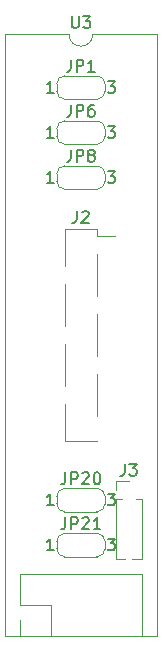
<source format=gbr>
G04 #@! TF.GenerationSoftware,KiCad,Pcbnew,(5.1.5)-3*
G04 #@! TF.CreationDate,2021-01-25T20:45:38-05:00*
G04 #@! TF.ProjectId,DIP40-XC9572XL,44495034-302d-4584-9339-353732584c2e,1*
G04 #@! TF.SameCoordinates,Original*
G04 #@! TF.FileFunction,Legend,Top*
G04 #@! TF.FilePolarity,Positive*
%FSLAX46Y46*%
G04 Gerber Fmt 4.6, Leading zero omitted, Abs format (unit mm)*
G04 Created by KiCad (PCBNEW (5.1.5)-3) date 2021-01-25 20:45:38*
%MOMM*%
%LPD*%
G04 APERTURE LIST*
%ADD10C,0.120000*%
%ADD11C,0.150000*%
G04 APERTURE END LIST*
D10*
X111820000Y-97850000D02*
X111820000Y-92650000D01*
X104140000Y-97850000D02*
X111820000Y-97850000D01*
X101540000Y-92650000D02*
X111820000Y-92650000D01*
X104140000Y-97850000D02*
X104140000Y-95250000D01*
X104140000Y-95250000D02*
X101540000Y-95250000D01*
X101540000Y-95250000D02*
X101540000Y-92650000D01*
X102870000Y-97850000D02*
X101540000Y-97850000D01*
X101540000Y-97850000D02*
X101540000Y-96520000D01*
X105350000Y-63440000D02*
X108010000Y-63440000D01*
X105350000Y-81340000D02*
X108010000Y-81340000D01*
X108010000Y-65530000D02*
X108010000Y-69090000D01*
X108010000Y-70610000D02*
X108010000Y-74170000D01*
X108010000Y-75690000D02*
X108010000Y-79250000D01*
X105350000Y-63440000D02*
X105350000Y-66550000D01*
X108010000Y-64010000D02*
X109530000Y-64010000D01*
X108010000Y-63440000D02*
X108010000Y-64010000D01*
X105350000Y-80770000D02*
X105350000Y-81340000D01*
X105350000Y-68070000D02*
X105350000Y-71630000D01*
X105350000Y-73150000D02*
X105350000Y-76710000D01*
X105350000Y-78230000D02*
X105350000Y-81340000D01*
X104630000Y-51135000D02*
G75*
G02X105330000Y-50435000I700000J0D01*
G01*
X105330000Y-52435000D02*
G75*
G02X104630000Y-51735000I0J700000D01*
G01*
X108730000Y-51735000D02*
G75*
G02X108030000Y-52435000I-700000J0D01*
G01*
X108030000Y-50435000D02*
G75*
G02X108730000Y-51135000I0J-700000D01*
G01*
X105280000Y-50435000D02*
X108080000Y-50435000D01*
X108730000Y-51135000D02*
X108730000Y-51735000D01*
X108080000Y-52435000D02*
X105280000Y-52435000D01*
X104630000Y-51735000D02*
X104630000Y-51135000D01*
X104630000Y-54945000D02*
G75*
G02X105330000Y-54245000I700000J0D01*
G01*
X105330000Y-56245000D02*
G75*
G02X104630000Y-55545000I0J700000D01*
G01*
X108730000Y-55545000D02*
G75*
G02X108030000Y-56245000I-700000J0D01*
G01*
X108030000Y-54245000D02*
G75*
G02X108730000Y-54945000I0J-700000D01*
G01*
X105280000Y-54245000D02*
X108080000Y-54245000D01*
X108730000Y-54945000D02*
X108730000Y-55545000D01*
X108080000Y-56245000D02*
X105280000Y-56245000D01*
X104630000Y-55545000D02*
X104630000Y-54945000D01*
X104630000Y-59355000D02*
X104630000Y-58755000D01*
X108080000Y-60055000D02*
X105280000Y-60055000D01*
X108730000Y-58755000D02*
X108730000Y-59355000D01*
X105280000Y-58055000D02*
X108080000Y-58055000D01*
X108030000Y-58055000D02*
G75*
G02X108730000Y-58755000I0J-700000D01*
G01*
X108730000Y-59355000D02*
G75*
G02X108030000Y-60055000I-700000J0D01*
G01*
X105330000Y-60055000D02*
G75*
G02X104630000Y-59355000I0J700000D01*
G01*
X104630000Y-58755000D02*
G75*
G02X105330000Y-58055000I700000J0D01*
G01*
X104630000Y-86660000D02*
X104630000Y-86060000D01*
X108080000Y-87360000D02*
X105280000Y-87360000D01*
X108730000Y-86060000D02*
X108730000Y-86660000D01*
X105280000Y-85360000D02*
X108080000Y-85360000D01*
X108030000Y-85360000D02*
G75*
G02X108730000Y-86060000I0J-700000D01*
G01*
X108730000Y-86660000D02*
G75*
G02X108030000Y-87360000I-700000J0D01*
G01*
X105330000Y-87360000D02*
G75*
G02X104630000Y-86660000I0J700000D01*
G01*
X104630000Y-86060000D02*
G75*
G02X105330000Y-85360000I700000J0D01*
G01*
X104630000Y-90470000D02*
X104630000Y-89870000D01*
X108080000Y-91170000D02*
X105280000Y-91170000D01*
X108730000Y-89870000D02*
X108730000Y-90470000D01*
X105280000Y-89170000D02*
X108080000Y-89170000D01*
X108030000Y-89170000D02*
G75*
G02X108730000Y-89870000I0J-700000D01*
G01*
X108730000Y-90470000D02*
G75*
G02X108030000Y-91170000I-700000J0D01*
G01*
X105330000Y-91170000D02*
G75*
G02X104630000Y-90470000I0J700000D01*
G01*
X104630000Y-89870000D02*
G75*
G02X105330000Y-89170000I700000J0D01*
G01*
X107680000Y-46930000D02*
G75*
G02X105680000Y-46930000I-1000000J0D01*
G01*
X105680000Y-46930000D02*
X100220000Y-46930000D01*
X100220000Y-46930000D02*
X100220000Y-97850000D01*
X100220000Y-97850000D02*
X113140000Y-97850000D01*
X113140000Y-97850000D02*
X113140000Y-46930000D01*
X113140000Y-46930000D02*
X107680000Y-46930000D01*
X109634000Y-91309500D02*
X110436470Y-91309500D01*
X111051530Y-91309500D02*
X111854000Y-91309500D01*
X109634000Y-86294500D02*
X109634000Y-91309500D01*
X111854000Y-86294500D02*
X111854000Y-91309500D01*
X109634000Y-86294500D02*
X110180529Y-86294500D01*
X111307471Y-86294500D02*
X111854000Y-86294500D01*
X109634000Y-85534500D02*
X109634000Y-84774500D01*
X109634000Y-84774500D02*
X110744000Y-84774500D01*
D11*
X106346666Y-61892380D02*
X106346666Y-62606666D01*
X106299047Y-62749523D01*
X106203809Y-62844761D01*
X106060952Y-62892380D01*
X105965714Y-62892380D01*
X106775238Y-61987619D02*
X106822857Y-61940000D01*
X106918095Y-61892380D01*
X107156190Y-61892380D01*
X107251428Y-61940000D01*
X107299047Y-61987619D01*
X107346666Y-62082857D01*
X107346666Y-62178095D01*
X107299047Y-62320952D01*
X106727619Y-62892380D01*
X107346666Y-62892380D01*
X105846666Y-49087380D02*
X105846666Y-49801666D01*
X105799047Y-49944523D01*
X105703809Y-50039761D01*
X105560952Y-50087380D01*
X105465714Y-50087380D01*
X106322857Y-50087380D02*
X106322857Y-49087380D01*
X106703809Y-49087380D01*
X106799047Y-49135000D01*
X106846666Y-49182619D01*
X106894285Y-49277857D01*
X106894285Y-49420714D01*
X106846666Y-49515952D01*
X106799047Y-49563571D01*
X106703809Y-49611190D01*
X106322857Y-49611190D01*
X107846666Y-50087380D02*
X107275238Y-50087380D01*
X107560952Y-50087380D02*
X107560952Y-49087380D01*
X107465714Y-49230238D01*
X107370476Y-49325476D01*
X107275238Y-49373095D01*
X104365714Y-51887380D02*
X103794285Y-51887380D01*
X104080000Y-51887380D02*
X104080000Y-50887380D01*
X103984761Y-51030238D01*
X103889523Y-51125476D01*
X103794285Y-51173095D01*
X108946666Y-50887380D02*
X109565714Y-50887380D01*
X109232380Y-51268333D01*
X109375238Y-51268333D01*
X109470476Y-51315952D01*
X109518095Y-51363571D01*
X109565714Y-51458809D01*
X109565714Y-51696904D01*
X109518095Y-51792142D01*
X109470476Y-51839761D01*
X109375238Y-51887380D01*
X109089523Y-51887380D01*
X108994285Y-51839761D01*
X108946666Y-51792142D01*
X105846666Y-52897380D02*
X105846666Y-53611666D01*
X105799047Y-53754523D01*
X105703809Y-53849761D01*
X105560952Y-53897380D01*
X105465714Y-53897380D01*
X106322857Y-53897380D02*
X106322857Y-52897380D01*
X106703809Y-52897380D01*
X106799047Y-52945000D01*
X106846666Y-52992619D01*
X106894285Y-53087857D01*
X106894285Y-53230714D01*
X106846666Y-53325952D01*
X106799047Y-53373571D01*
X106703809Y-53421190D01*
X106322857Y-53421190D01*
X107751428Y-52897380D02*
X107560952Y-52897380D01*
X107465714Y-52945000D01*
X107418095Y-52992619D01*
X107322857Y-53135476D01*
X107275238Y-53325952D01*
X107275238Y-53706904D01*
X107322857Y-53802142D01*
X107370476Y-53849761D01*
X107465714Y-53897380D01*
X107656190Y-53897380D01*
X107751428Y-53849761D01*
X107799047Y-53802142D01*
X107846666Y-53706904D01*
X107846666Y-53468809D01*
X107799047Y-53373571D01*
X107751428Y-53325952D01*
X107656190Y-53278333D01*
X107465714Y-53278333D01*
X107370476Y-53325952D01*
X107322857Y-53373571D01*
X107275238Y-53468809D01*
X104365714Y-55697380D02*
X103794285Y-55697380D01*
X104080000Y-55697380D02*
X104080000Y-54697380D01*
X103984761Y-54840238D01*
X103889523Y-54935476D01*
X103794285Y-54983095D01*
X108946666Y-54697380D02*
X109565714Y-54697380D01*
X109232380Y-55078333D01*
X109375238Y-55078333D01*
X109470476Y-55125952D01*
X109518095Y-55173571D01*
X109565714Y-55268809D01*
X109565714Y-55506904D01*
X109518095Y-55602142D01*
X109470476Y-55649761D01*
X109375238Y-55697380D01*
X109089523Y-55697380D01*
X108994285Y-55649761D01*
X108946666Y-55602142D01*
X105846666Y-56707380D02*
X105846666Y-57421666D01*
X105799047Y-57564523D01*
X105703809Y-57659761D01*
X105560952Y-57707380D01*
X105465714Y-57707380D01*
X106322857Y-57707380D02*
X106322857Y-56707380D01*
X106703809Y-56707380D01*
X106799047Y-56755000D01*
X106846666Y-56802619D01*
X106894285Y-56897857D01*
X106894285Y-57040714D01*
X106846666Y-57135952D01*
X106799047Y-57183571D01*
X106703809Y-57231190D01*
X106322857Y-57231190D01*
X107465714Y-57135952D02*
X107370476Y-57088333D01*
X107322857Y-57040714D01*
X107275238Y-56945476D01*
X107275238Y-56897857D01*
X107322857Y-56802619D01*
X107370476Y-56755000D01*
X107465714Y-56707380D01*
X107656190Y-56707380D01*
X107751428Y-56755000D01*
X107799047Y-56802619D01*
X107846666Y-56897857D01*
X107846666Y-56945476D01*
X107799047Y-57040714D01*
X107751428Y-57088333D01*
X107656190Y-57135952D01*
X107465714Y-57135952D01*
X107370476Y-57183571D01*
X107322857Y-57231190D01*
X107275238Y-57326428D01*
X107275238Y-57516904D01*
X107322857Y-57612142D01*
X107370476Y-57659761D01*
X107465714Y-57707380D01*
X107656190Y-57707380D01*
X107751428Y-57659761D01*
X107799047Y-57612142D01*
X107846666Y-57516904D01*
X107846666Y-57326428D01*
X107799047Y-57231190D01*
X107751428Y-57183571D01*
X107656190Y-57135952D01*
X108946666Y-58507380D02*
X109565714Y-58507380D01*
X109232380Y-58888333D01*
X109375238Y-58888333D01*
X109470476Y-58935952D01*
X109518095Y-58983571D01*
X109565714Y-59078809D01*
X109565714Y-59316904D01*
X109518095Y-59412142D01*
X109470476Y-59459761D01*
X109375238Y-59507380D01*
X109089523Y-59507380D01*
X108994285Y-59459761D01*
X108946666Y-59412142D01*
X104365714Y-59507380D02*
X103794285Y-59507380D01*
X104080000Y-59507380D02*
X104080000Y-58507380D01*
X103984761Y-58650238D01*
X103889523Y-58745476D01*
X103794285Y-58793095D01*
X105370476Y-84012380D02*
X105370476Y-84726666D01*
X105322857Y-84869523D01*
X105227619Y-84964761D01*
X105084761Y-85012380D01*
X104989523Y-85012380D01*
X105846666Y-85012380D02*
X105846666Y-84012380D01*
X106227619Y-84012380D01*
X106322857Y-84060000D01*
X106370476Y-84107619D01*
X106418095Y-84202857D01*
X106418095Y-84345714D01*
X106370476Y-84440952D01*
X106322857Y-84488571D01*
X106227619Y-84536190D01*
X105846666Y-84536190D01*
X106799047Y-84107619D02*
X106846666Y-84060000D01*
X106941904Y-84012380D01*
X107180000Y-84012380D01*
X107275238Y-84060000D01*
X107322857Y-84107619D01*
X107370476Y-84202857D01*
X107370476Y-84298095D01*
X107322857Y-84440952D01*
X106751428Y-85012380D01*
X107370476Y-85012380D01*
X107989523Y-84012380D02*
X108084761Y-84012380D01*
X108180000Y-84060000D01*
X108227619Y-84107619D01*
X108275238Y-84202857D01*
X108322857Y-84393333D01*
X108322857Y-84631428D01*
X108275238Y-84821904D01*
X108227619Y-84917142D01*
X108180000Y-84964761D01*
X108084761Y-85012380D01*
X107989523Y-85012380D01*
X107894285Y-84964761D01*
X107846666Y-84917142D01*
X107799047Y-84821904D01*
X107751428Y-84631428D01*
X107751428Y-84393333D01*
X107799047Y-84202857D01*
X107846666Y-84107619D01*
X107894285Y-84060000D01*
X107989523Y-84012380D01*
X108946666Y-85812380D02*
X109565714Y-85812380D01*
X109232380Y-86193333D01*
X109375238Y-86193333D01*
X109470476Y-86240952D01*
X109518095Y-86288571D01*
X109565714Y-86383809D01*
X109565714Y-86621904D01*
X109518095Y-86717142D01*
X109470476Y-86764761D01*
X109375238Y-86812380D01*
X109089523Y-86812380D01*
X108994285Y-86764761D01*
X108946666Y-86717142D01*
X104365714Y-86812380D02*
X103794285Y-86812380D01*
X104080000Y-86812380D02*
X104080000Y-85812380D01*
X103984761Y-85955238D01*
X103889523Y-86050476D01*
X103794285Y-86098095D01*
X105370476Y-87822380D02*
X105370476Y-88536666D01*
X105322857Y-88679523D01*
X105227619Y-88774761D01*
X105084761Y-88822380D01*
X104989523Y-88822380D01*
X105846666Y-88822380D02*
X105846666Y-87822380D01*
X106227619Y-87822380D01*
X106322857Y-87870000D01*
X106370476Y-87917619D01*
X106418095Y-88012857D01*
X106418095Y-88155714D01*
X106370476Y-88250952D01*
X106322857Y-88298571D01*
X106227619Y-88346190D01*
X105846666Y-88346190D01*
X106799047Y-87917619D02*
X106846666Y-87870000D01*
X106941904Y-87822380D01*
X107180000Y-87822380D01*
X107275238Y-87870000D01*
X107322857Y-87917619D01*
X107370476Y-88012857D01*
X107370476Y-88108095D01*
X107322857Y-88250952D01*
X106751428Y-88822380D01*
X107370476Y-88822380D01*
X108322857Y-88822380D02*
X107751428Y-88822380D01*
X108037142Y-88822380D02*
X108037142Y-87822380D01*
X107941904Y-87965238D01*
X107846666Y-88060476D01*
X107751428Y-88108095D01*
X108946666Y-89622380D02*
X109565714Y-89622380D01*
X109232380Y-90003333D01*
X109375238Y-90003333D01*
X109470476Y-90050952D01*
X109518095Y-90098571D01*
X109565714Y-90193809D01*
X109565714Y-90431904D01*
X109518095Y-90527142D01*
X109470476Y-90574761D01*
X109375238Y-90622380D01*
X109089523Y-90622380D01*
X108994285Y-90574761D01*
X108946666Y-90527142D01*
X104365714Y-90622380D02*
X103794285Y-90622380D01*
X104080000Y-90622380D02*
X104080000Y-89622380D01*
X103984761Y-89765238D01*
X103889523Y-89860476D01*
X103794285Y-89908095D01*
X105918095Y-45382380D02*
X105918095Y-46191904D01*
X105965714Y-46287142D01*
X106013333Y-46334761D01*
X106108571Y-46382380D01*
X106299047Y-46382380D01*
X106394285Y-46334761D01*
X106441904Y-46287142D01*
X106489523Y-46191904D01*
X106489523Y-45382380D01*
X106870476Y-45382380D02*
X107489523Y-45382380D01*
X107156190Y-45763333D01*
X107299047Y-45763333D01*
X107394285Y-45810952D01*
X107441904Y-45858571D01*
X107489523Y-45953809D01*
X107489523Y-46191904D01*
X107441904Y-46287142D01*
X107394285Y-46334761D01*
X107299047Y-46382380D01*
X107013333Y-46382380D01*
X106918095Y-46334761D01*
X106870476Y-46287142D01*
X110410666Y-83291880D02*
X110410666Y-84006166D01*
X110363047Y-84149023D01*
X110267809Y-84244261D01*
X110124952Y-84291880D01*
X110029714Y-84291880D01*
X110791619Y-83291880D02*
X111410666Y-83291880D01*
X111077333Y-83672833D01*
X111220190Y-83672833D01*
X111315428Y-83720452D01*
X111363047Y-83768071D01*
X111410666Y-83863309D01*
X111410666Y-84101404D01*
X111363047Y-84196642D01*
X111315428Y-84244261D01*
X111220190Y-84291880D01*
X110934476Y-84291880D01*
X110839238Y-84244261D01*
X110791619Y-84196642D01*
M02*

</source>
